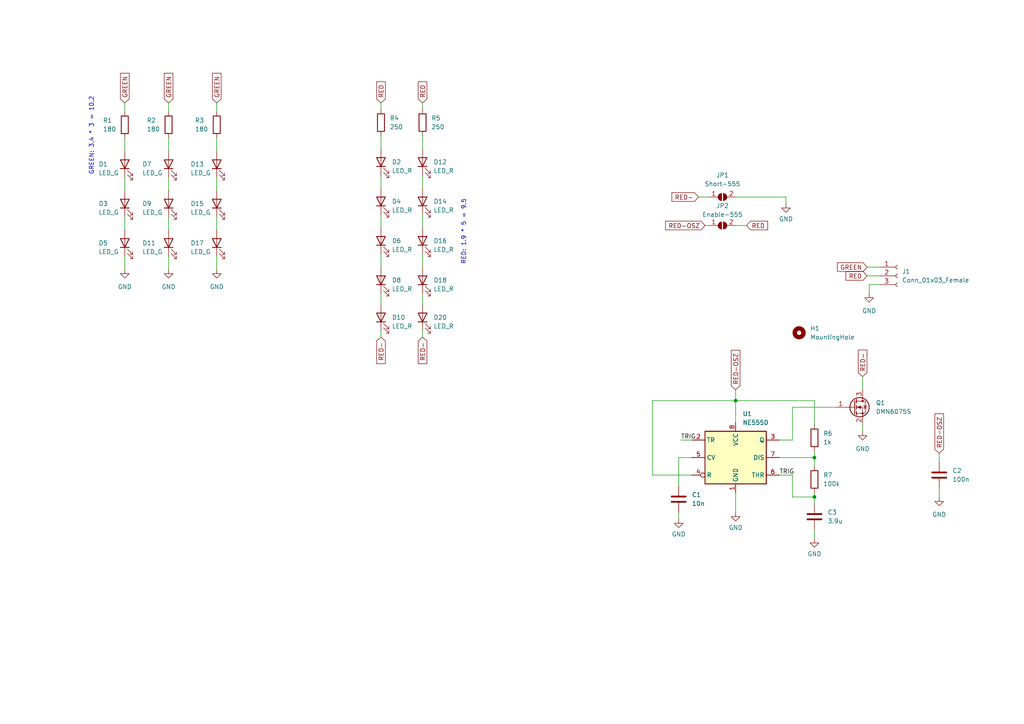
<source format=kicad_sch>
(kicad_sch (version 20211123) (generator eeschema)
  (paper "A4")
  (lib_symbols
    (symbol "Connector:Conn_01x03_Female" (pin_names (offset 1.016) hide)
      (property "Reference" "J" (at 0 5.08 0))
      (property "Value" "Conn_01x03_Female" (at 0 -5.08 0))
      (symbol "Conn_01x03_Female_1_1"
        (arc (start 0 -2.032) (mid -0.508 -2.54) (end 0 -3.048) (stroke (width 0.1524)))
        (polyline (pts (xy -1.27 -2.54) (xy -0.508 -2.54)) (stroke (width 0.1524)))
        (polyline (pts (xy -1.27 0) (xy -0.508 0)) (stroke (width 0.1524)))
        (polyline (pts (xy -1.27 2.54) (xy -0.508 2.54)) (stroke (width 0.1524)))
        (arc (start 0 0.508) (mid -0.508 0) (end 0 -0.508) (stroke (width 0.1524)))
        (arc (start 0 3.048) (mid -0.508 2.54) (end 0 2.032) (stroke (width 0.1524)))
        (pin passive line (at -5.08 2.54 0) (length 3.81) (name "Pin_1") (number "1"))
        (pin passive line (at -5.08 0 0) (length 3.81) (name "Pin_2") (number "2"))
        (pin passive line (at -5.08 -2.54 0) (length 3.81) (name "Pin_3") (number "3"))
      )
    )
    (symbol "Device:C" (pin_numbers hide) (pin_names (offset 0.254))
      (property "Reference" "C" (at 0.635 2.54 0))
      (property "Value" "C" (at 0.635 -2.54 0))
      (symbol "C_0_1"
        (polyline (pts (xy -2.032 -0.762) (xy 2.032 -0.762)) (stroke (width 0.508)))
        (polyline (pts (xy -2.032 0.762) (xy 2.032 0.762)) (stroke (width 0.508)))
      )
      (symbol "C_1_1"
        (pin passive line (at 0 3.81 270) (length 2.794) (name "~") (number "1"))
        (pin passive line (at 0 -3.81 90) (length 2.794) (name "~") (number "2"))
      )
    )
    (symbol "Device:LED" (pin_numbers hide) (pin_names (offset 1.016) hide)
      (property "Reference" "D" (at 0 2.54 0))
      (property "Value" "LED" (at 0 -2.54 0))
      (symbol "LED_0_1"
        (polyline (pts (xy -1.27 -1.27) (xy -1.27 1.27)) (stroke (width 0.254)))
        (polyline (pts (xy -1.27 0) (xy 1.27 0)))
        (polyline (pts (xy 1.27 -1.27) (xy 1.27 1.27) (xy -1.27 0) (xy 1.27 -1.27)) (stroke (width 0.254)))
        (polyline (pts (xy -3.048 -0.762) (xy -4.572 -2.286) (xy -3.81 -2.286) (xy -4.572 -2.286) (xy -4.572 -1.524)))
        (polyline (pts (xy -1.778 -0.762) (xy -3.302 -2.286) (xy -2.54 -2.286) (xy -3.302 -2.286) (xy -3.302 -1.524)))
      )
      (symbol "LED_1_1"
        (pin passive line (at -3.81 0 0) (length 2.54) (name "K") (number "1"))
        (pin passive line (at 3.81 0 180) (length 2.54) (name "A") (number "2"))
      )
    )
    (symbol "Device:R" (pin_numbers hide) (pin_names (offset 0))
      (property "Reference" "R" (at 2.032 0 90))
      (property "Value" "R" (at 0 0 90))
      (symbol "R_0_1"
        (rectangle (start -1.016 -2.54) (end 1.016 2.54) (stroke (width 0.254)))
      )
      (symbol "R_1_1"
        (pin passive line (at 0 3.81 270) (length 1.27) (name "~") (number "1"))
        (pin passive line (at 0 -3.81 90) (length 1.27) (name "~") (number "2"))
      )
    )
    (symbol "Jumper:SolderJumper_2_Open" (pin_names (offset 0) hide)
      (property "Reference" "JP" (at 0 2.032 0))
      (property "Value" "SolderJumper_2_Open" (at 0 -2.54 0))
      (symbol "SolderJumper_2_Open_0_1"
        (arc (start -0.254 1.016) (mid -1.27 0) (end -0.254 -1.016))
        (arc (start -0.254 1.016) (mid -1.27 0) (end -0.254 -1.016) (fill (type outline)))
        (polyline (pts (xy -0.254 1.016) (xy -0.254 -1.016)))
        (polyline (pts (xy 0.254 1.016) (xy 0.254 -1.016)))
        (arc (start 0.254 -1.016) (mid 1.27 0) (end 0.254 1.016))
        (arc (start 0.254 -1.016) (mid 1.27 0) (end 0.254 1.016) (fill (type outline)))
      )
      (symbol "SolderJumper_2_Open_1_1"
        (pin passive line (at -3.81 0 0) (length 2.54) (name "A") (number "1"))
        (pin passive line (at 3.81 0 180) (length 2.54) (name "B") (number "2"))
      )
    )
    (symbol "Mechanical:MountingHole" (pin_names (offset 1.016))
      (property "Reference" "H" (at 0 5.08 0))
      (property "Value" "MountingHole" (at 0 3.175 0))
      (symbol "MountingHole_0_1"
        (circle (center 0 0) (radius 1.27) (stroke (width 1.27)))
      )
    )
    (symbol "Timer:NE555D"
      (property "Reference" "U" (at -10.16 8.89 0))
      (property "Value" "NE555D" (at 2.54 8.89 0))
      (symbol "NE555D_0_0"
        (pin power_in line (at 0 -10.16 90) (length 2.54) (name "GND") (number "1"))
        (pin power_in line (at 0 10.16 270) (length 2.54) (name "VCC") (number "8"))
      )
      (symbol "NE555D_0_1"
        (rectangle (start -8.89 -7.62) (end 8.89 7.62) (stroke (width 0.254)) (fill (type background)))
        (rectangle (start -8.89 -7.62) (end 8.89 7.62) (stroke (width 0.254)) (fill (type background)))
      )
      (symbol "NE555D_1_1"
        (pin input line (at -12.7 5.08 0) (length 3.81) (name "TR") (number "2"))
        (pin output line (at 12.7 5.08 180) (length 3.81) (name "Q") (number "3"))
        (pin input inverted (at -12.7 -5.08 0) (length 3.81) (name "R") (number "4"))
        (pin input line (at -12.7 0 0) (length 3.81) (name "CV") (number "5"))
        (pin input line (at 12.7 -5.08 180) (length 3.81) (name "THR") (number "6"))
        (pin input line (at 12.7 0 180) (length 3.81) (name "DIS") (number "7"))
      )
    )
    (symbol "Transistor_FET:DMN6075S" (pin_names hide)
      (property "Reference" "Q" (at 5.08 1.905 0))
      (property "Value" "DMN6075S" (at 5.08 0 0))
      (symbol "DMN6075S_0_1"
        (polyline (pts (xy 0.254 0) (xy -2.54 0)))
        (polyline (pts (xy 0.254 1.905) (xy 0.254 -1.905)) (stroke (width 0.254)))
        (polyline (pts (xy 0.762 -1.27) (xy 0.762 -2.286)) (stroke (width 0.254)))
        (polyline (pts (xy 0.762 0.508) (xy 0.762 -0.508)) (stroke (width 0.254)))
        (polyline (pts (xy 0.762 2.286) (xy 0.762 1.27)) (stroke (width 0.254)))
        (polyline (pts (xy 2.54 2.54) (xy 2.54 1.778)))
        (polyline (pts (xy 2.54 -2.54) (xy 2.54 0) (xy 0.762 0)))
        (polyline (pts (xy 0.762 -1.778) (xy 3.302 -1.778) (xy 3.302 1.778) (xy 0.762 1.778)))
        (polyline (pts (xy 1.016 0) (xy 2.032 0.381) (xy 2.032 -0.381) (xy 1.016 0)) (fill (type outline)))
        (polyline (pts (xy 2.794 0.508) (xy 2.921 0.381) (xy 3.683 0.381) (xy 3.81 0.254)))
        (polyline (pts (xy 3.302 0.381) (xy 2.921 -0.254) (xy 3.683 -0.254) (xy 3.302 0.381)))
        (circle (center 1.651 0) (radius 2.794) (stroke (width 0.254)))
        (circle (center 2.54 -1.778) (radius 0.254) (fill (type outline)))
        (circle (center 2.54 1.778) (radius 0.254) (fill (type outline)))
      )
      (symbol "DMN6075S_1_1"
        (pin input line (at -5.08 0 0) (length 2.54) (name "G") (number "1"))
        (pin passive line (at 2.54 -5.08 90) (length 2.54) (name "S") (number "2"))
        (pin passive line (at 2.54 5.08 270) (length 2.54) (name "D") (number "3"))
      )
    )
    (symbol "power:GND" (power) (pin_names (offset 0))
      (property "Value" "GND" (at 0 -3.81 0))
      (symbol "GND_0_1"
        (polyline (pts (xy 0 0) (xy 0 -1.27) (xy 1.27 -1.27) (xy 0 -2.54) (xy -1.27 -1.27) (xy 0 -1.27)))
      )
      (symbol "GND_1_1"
        (pin power_in line (at 0 0 270) (length 0) hide (name "GND") (number "1"))
      )
    )
  )
  (junction (at 236.22 132.715))
  (junction (at 236.22 144.145))
  (junction (at 213.36 116.205))
  (wire (pts (xy 62.865 62.865) (xy 62.865 66.675)))
  (wire (pts (xy 48.895 40.005) (xy 48.895 43.815)))
  (wire (pts (xy 122.555 62.23) (xy 122.555 66.04)))
  (wire (pts (xy 196.85 140.97) (xy 196.85 132.715)))
  (wire (pts (xy 226.06 132.715) (xy 236.22 132.715)))
  (wire (pts (xy 236.22 132.715) (xy 236.22 135.255)))
  (wire (pts (xy 36.195 51.435) (xy 36.195 55.245)))
  (wire (pts (xy 110.49 39.37) (xy 110.49 43.18)))
  (wire (pts (xy 62.865 29.845) (xy 62.865 32.385)))
  (wire (pts (xy 272.415 131.445) (xy 272.415 133.985)))
  (wire (pts (xy 251.46 80.01) (xy 255.27 80.01)))
  (wire (pts (xy 251.46 77.47) (xy 255.27 77.47)))
  (wire (pts (xy 48.895 62.865) (xy 48.895 66.675)))
  (wire (pts (xy 236.22 116.205) (xy 236.22 123.19)))
  (wire (pts (xy 250.19 109.22) (xy 250.19 113.03)))
  (wire (pts (xy 236.22 142.875) (xy 236.22 144.145)))
  (wire (pts (xy 36.195 40.005) (xy 36.195 43.815)))
  (wire (pts (xy 62.865 40.005) (xy 62.865 43.815)))
  (wire (pts (xy 200.66 127.635) (xy 197.485 127.635)))
  (wire (pts (xy 213.36 142.875) (xy 213.36 148.59)))
  (wire (pts (xy 272.415 141.605) (xy 272.415 144.145)))
  (wire (pts (xy 110.49 85.09) (xy 110.49 88.265)))
  (wire (pts (xy 36.195 62.865) (xy 36.195 66.675)))
  (wire (pts (xy 200.66 137.795) (xy 189.23 137.795)))
  (wire (pts (xy 226.06 127.635) (xy 229.87 127.635)))
  (wire (pts (xy 229.87 137.795) (xy 226.06 137.795)))
  (wire (pts (xy 48.895 51.435) (xy 48.895 55.245)))
  (wire (pts (xy 36.195 74.295) (xy 36.195 78.105)))
  (wire (pts (xy 236.22 144.145) (xy 236.22 146.05)))
  (wire (pts (xy 62.865 51.435) (xy 62.865 55.245)))
  (wire (pts (xy 110.49 95.885) (xy 110.49 97.79)))
  (wire (pts (xy 189.23 116.205) (xy 213.36 116.205)))
  (wire (pts (xy 204.47 65.405) (xy 205.74 65.405)))
  (wire (pts (xy 48.895 29.845) (xy 48.895 32.385)))
  (wire (pts (xy 252.095 85.09) (xy 252.095 82.55)))
  (wire (pts (xy 110.49 29.845) (xy 110.49 31.75)))
  (wire (pts (xy 122.555 50.8) (xy 122.555 54.61)))
  (wire (pts (xy 48.895 74.295) (xy 48.895 78.105)))
  (wire (pts (xy 236.22 130.81) (xy 236.22 132.715)))
  (wire (pts (xy 122.555 95.885) (xy 122.555 97.79)))
  (wire (pts (xy 122.555 85.09) (xy 122.555 88.265)))
  (wire (pts (xy 189.23 137.795) (xy 189.23 116.205)))
  (wire (pts (xy 122.555 29.845) (xy 122.555 31.75)))
  (wire (pts (xy 196.85 148.59) (xy 196.85 150.495)))
  (wire (pts (xy 110.49 73.66) (xy 110.49 77.47)))
  (wire (pts (xy 227.965 57.15) (xy 227.965 59.055)))
  (wire (pts (xy 213.36 65.405) (xy 216.535 65.405)))
  (wire (pts (xy 229.87 127.635) (xy 229.87 118.11)))
  (wire (pts (xy 213.36 116.205) (xy 236.22 116.205)))
  (wire (pts (xy 122.555 73.66) (xy 122.555 77.47)))
  (wire (pts (xy 252.095 82.55) (xy 255.27 82.55)))
  (wire (pts (xy 122.555 39.37) (xy 122.555 43.18)))
  (wire (pts (xy 213.36 116.205) (xy 213.36 122.555)))
  (wire (pts (xy 110.49 62.23) (xy 110.49 66.04)))
  (wire (pts (xy 229.87 118.11) (xy 242.57 118.11)))
  (wire (pts (xy 110.49 50.8) (xy 110.49 54.61)))
  (wire (pts (xy 236.22 144.145) (xy 229.87 144.145)))
  (wire (pts (xy 213.36 57.15) (xy 227.965 57.15)))
  (wire (pts (xy 236.22 153.67) (xy 236.22 156.21)))
  (wire (pts (xy 196.85 132.715) (xy 200.66 132.715)))
  (wire (pts (xy 250.19 123.19) (xy 250.19 125.095)))
  (wire (pts (xy 62.865 74.295) (xy 62.865 78.105)))
  (wire (pts (xy 202.565 57.15) (xy 205.74 57.15)))
  (wire (pts (xy 36.195 29.845) (xy 36.195 32.385)))
  (wire (pts (xy 213.36 113.03) (xy 213.36 116.205)))
  (wire (pts (xy 229.87 137.795) (xy 229.87 144.145)))
  (text "RED: 1.9 * 5 = 9.5" (at 135.255 76.835 90) (effects (font (size 1.27 1.27)) (justify left bottom)))
  (text "GREEN: 3.4 * 3 = 10.2" (at 27.305 50.8 90) (effects (font (size 1.27 1.27)) (justify left bottom)))
  (label "TRIG" (at 197.485 127.635 0))
  (label "TRIG" (at 226.06 137.795 0))
  (global_label "GREEN" (shape input) (at 48.895 29.845 90) (property "Intersheet References" "${INTERSHEET_REFS}" (effects hide)))
  (global_label "GREEN" (shape input) (at 251.46 77.47 180) (property "Intersheet References" "${INTERSHEET_REFS}" (effects hide)))
  (global_label "RED-OSZ" (shape input) (at 213.36 113.03 90) (property "Intersheet References" "${INTERSHEET_REFS}" (effects hide)))
  (global_label "RED-" (shape input) (at 202.565 57.15 180) (property "Intersheet References" "${INTERSHEET_REFS}" (effects hide)))
  (global_label "RED" (shape input) (at 110.49 29.845 90) (property "Intersheet References" "${INTERSHEET_REFS}" (effects hide)))
  (global_label "RED" (shape input) (at 251.46 80.01 180) (property "Intersheet References" "${INTERSHEET_REFS}" (effects hide)))
  (global_label "RED-" (shape input) (at 250.19 109.22 90) (property "Intersheet References" "${INTERSHEET_REFS}" (effects hide)))
  (global_label "RED" (shape input) (at 216.535 65.405 0) (property "Intersheet References" "${INTERSHEET_REFS}" (effects hide)))
  (global_label "GREEN" (shape input) (at 62.865 29.845 90) (property "Intersheet References" "${INTERSHEET_REFS}" (effects hide)))
  (global_label "RED-" (shape input) (at 122.555 97.79 270) (property "Intersheet References" "${INTERSHEET_REFS}" (effects hide)))
  (global_label "RED-OSZ" (shape input) (at 272.415 131.445 90) (property "Intersheet References" "${INTERSHEET_REFS}" (effects hide)))
  (global_label "GREEN" (shape input) (at 36.195 29.845 90) (property "Intersheet References" "${INTERSHEET_REFS}" (effects hide)))
  (global_label "RED-OSZ" (shape input) (at 204.47 65.405 180) (property "Intersheet References" "${INTERSHEET_REFS}" (effects hide)))
  (global_label "RED" (shape input) (at 122.555 29.845 90) (property "Intersheet References" "${INTERSHEET_REFS}" (effects hide)))
  (global_label "RED-" (shape input) (at 110.49 97.79 270) (property "Intersheet References" "${INTERSHEET_REFS}" (effects hide)))
  (symbol (lib_id "Jumper:SolderJumper_2_Open") (at 209.55 57.15 0) (unit 1)
    (property "Reference" "JP1" (at 209.55 50.8 0))
    (property "Value" "Short-555" (at 209.55 53.34 0))
    (property "Footprint" "Jumper:SolderJumper-2_P1.3mm_Open_RoundedPad1.0x1.5mm" (effects hide))
  )
  (symbol (lib_id "Device:LED") (at 122.555 46.99 90) (unit 1)
    (property "Reference" "D12" (at 125.73 46.99 90) (effects (justify right)))
    (property "Value" "LED_R" (at 125.73 49.53 90) (effects (justify right)))
    (property "Footprint" "LED_THT:LED_D5.0mm_Horizontal_O1.27mm_Z3.0mm_Clear" (effects hide))
    (property "Datasheet" "https://www.mouser.de/datasheet/2/445/151053RS03000-1715681.pdf" (effects hide))
  )
  (symbol (lib_id "Device:C") (at 196.85 144.78 0) (unit 1)
    (property "Reference" "C1" (at 200.66 143.5099 0) (effects (justify left)))
    (property "Value" "10n" (at 200.66 146.0499 0) (effects (justify left)))
    (property "Footprint" "Capacitor_SMD:C_0603_1608Metric" (effects hide))
  )
  (symbol (lib_id "Device:LED") (at 110.49 69.85 90) (unit 1)
    (property "Reference" "D6" (at 113.665 69.85 90) (effects (justify right)))
    (property "Value" "LED_R" (at 113.665 72.39 90) (effects (justify right)))
    (property "Footprint" "LED_THT:LED_D5.0mm_Horizontal_O1.27mm_Z3.0mm_Clear" (effects hide))
    (property "Datasheet" "https://www.mouser.de/datasheet/2/445/151053RS03000-1715681.pdf" (effects hide))
  )
  (symbol (lib_id "Device:C") (at 236.22 149.86 0) (unit 1)
    (property "Reference" "C3" (at 240.03 148.5899 0) (effects (justify left)))
    (property "Value" "3.9u" (at 240.03 151.1299 0) (effects (justify left)))
    (property "Footprint" "Capacitor_SMD:C_0603_1608Metric" (effects hide))
  )
  (symbol (lib_id "Device:C") (at 272.415 137.795 0) (unit 1)
    (property "Reference" "C2" (at 276.225 136.5249 0) (effects (justify left)))
    (property "Value" "100n" (at 276.225 139.0649 0) (effects (justify left)))
    (property "Footprint" "Capacitor_SMD:C_0603_1608Metric" (effects hide))
  )
  (symbol (lib_id "Device:R") (at 122.555 35.56 0) (unit 1)
    (property "Reference" "R5" (at 125.095 34.2899 0) (effects (justify left)))
    (property "Value" "250" (at 125.095 36.8299 0) (effects (justify left)))
    (property "Footprint" "Resistor_SMD:R_0603_1608Metric_Pad0.98x0.95mm_HandSolder" (effects hide))
  )
  (symbol (lib_id "power:GND") (at 252.095 85.09 0) (unit 1)
    (property "Reference" "#PWR0106" (effects hide))
    (property "Value" "GND" (at 252.095 90.17 0))
  )
  (symbol (lib_id "Device:LED") (at 62.865 47.625 90) (unit 1)
    (property "Reference" "D13" (at 55.245 47.625 90) (effects (justify right)))
    (property "Value" "LED_G" (at 55.245 50.165 90) (effects (justify right)))
    (property "Footprint" "LED_THT:LED_D5.0mm_Horizontal_O1.27mm_Z3.0mm_Clear" (effects hide))
    (property "Datasheet" "https://www.mouser.de/datasheet/2/445/151053GS03000-1715545.pdf" (effects hide))
  )
  (symbol (lib_id "Device:R") (at 62.865 36.195 0) (unit 1)
    (property "Reference" "R3" (at 56.515 34.925 0) (effects (justify left)))
    (property "Value" "180" (at 56.515 37.465 0) (effects (justify left)))
    (property "Footprint" "Resistor_SMD:R_0603_1608Metric_Pad0.98x0.95mm_HandSolder" (effects hide))
  )
  (symbol (lib_id "Device:LED") (at 110.49 92.075 90) (unit 1)
    (property "Reference" "D10" (at 113.665 92.075 90) (effects (justify right)))
    (property "Value" "LED_R" (at 113.665 94.615 90) (effects (justify right)))
    (property "Footprint" "LED_THT:LED_D5.0mm_Horizontal_O1.27mm_Z3.0mm_Clear" (effects hide))
    (property "Datasheet" "https://www.mouser.de/datasheet/2/445/151053RS03000-1715681.pdf" (effects hide))
  )
  (symbol (lib_id "Device:R") (at 110.49 35.56 0) (unit 1)
    (property "Reference" "R4" (at 113.03 34.2899 0) (effects (justify left)))
    (property "Value" "250" (at 113.03 36.8299 0) (effects (justify left)))
    (property "Footprint" "Resistor_SMD:R_0603_1608Metric_Pad0.98x0.95mm_HandSolder" (effects hide))
  )
  (symbol (lib_id "Device:LED") (at 36.195 70.485 90) (unit 1)
    (property "Reference" "D5" (at 28.575 70.485 90) (effects (justify right)))
    (property "Value" "LED_G" (at 28.575 73.025 90) (effects (justify right)))
    (property "Footprint" "LED_THT:LED_D5.0mm_Horizontal_O1.27mm_Z3.0mm_Clear" (effects hide))
    (property "Datasheet" "https://www.mouser.de/datasheet/2/445/151053GS03000-1715545.pdf" (effects hide))
  )
  (symbol (lib_id "Device:R") (at 236.22 139.065 0) (unit 1)
    (property "Reference" "R7" (at 238.76 137.7949 0) (effects (justify left)))
    (property "Value" "100k" (at 238.76 140.3349 0) (effects (justify left)))
    (property "Footprint" "Resistor_SMD:R_0603_1608Metric_Pad0.98x0.95mm_HandSolder" (effects hide))
  )
  (symbol (lib_id "Device:R") (at 48.895 36.195 0) (unit 1)
    (property "Reference" "R2" (at 42.545 34.925 0) (effects (justify left)))
    (property "Value" "180" (at 42.545 37.465 0) (effects (justify left)))
    (property "Footprint" "Resistor_SMD:R_0603_1608Metric_Pad0.98x0.95mm_HandSolder" (effects hide))
  )
  (symbol (lib_id "power:GND") (at 272.415 144.145 0) (unit 1)
    (property "Reference" "#PWR0109" (effects hide))
    (property "Value" "GND" (at 272.415 149.225 0))
  )
  (symbol (lib_id "Device:LED") (at 122.555 58.42 90) (unit 1)
    (property "Reference" "D14" (at 125.73 58.42 90) (effects (justify right)))
    (property "Value" "LED_R" (at 125.73 60.96 90) (effects (justify right)))
    (property "Footprint" "LED_THT:LED_D5.0mm_Horizontal_O1.27mm_Z3.0mm_Clear" (effects hide))
    (property "Datasheet" "https://www.mouser.de/datasheet/2/445/151053RS03000-1715681.pdf" (effects hide))
  )
  (symbol (lib_id "Device:R") (at 36.195 36.195 0) (unit 1)
    (property "Reference" "R1" (at 29.845 34.925 0) (effects (justify left)))
    (property "Value" "180" (at 29.845 37.465 0) (effects (justify left)))
    (property "Footprint" "Resistor_SMD:R_0603_1608Metric_Pad0.98x0.95mm_HandSolder" (effects hide))
  )
  (symbol (lib_id "Device:LED") (at 122.555 92.075 90) (unit 1)
    (property "Reference" "D20" (at 125.73 92.075 90) (effects (justify right)))
    (property "Value" "LED_R" (at 125.73 94.615 90) (effects (justify right)))
    (property "Footprint" "LED_THT:LED_D5.0mm_Horizontal_O1.27mm_Z3.0mm_Clear" (effects hide))
    (property "Datasheet" "https://www.mouser.de/datasheet/2/445/151053RS03000-1715681.pdf" (effects hide))
  )
  (symbol (lib_id "Device:LED") (at 110.49 58.42 90) (unit 1)
    (property "Reference" "D4" (at 113.665 58.42 90) (effects (justify right)))
    (property "Value" "LED_R" (at 113.665 60.96 90) (effects (justify right)))
    (property "Footprint" "LED_THT:LED_D5.0mm_Horizontal_O1.27mm_Z3.0mm_Clear" (effects hide))
    (property "Datasheet" "https://www.mouser.de/datasheet/2/445/151053RS03000-1715681.pdf" (effects hide))
  )
  (symbol (lib_id "Device:LED") (at 122.555 81.28 90) (unit 1)
    (property "Reference" "D18" (at 125.73 81.28 90) (effects (justify right)))
    (property "Value" "LED_R" (at 125.73 83.82 90) (effects (justify right)))
    (property "Footprint" "LED_THT:LED_D5.0mm_Horizontal_O1.27mm_Z3.0mm_Clear" (effects hide))
    (property "Datasheet" "https://www.mouser.de/datasheet/2/445/151053RS03000-1715681.pdf" (effects hide))
  )
  (symbol (lib_id "power:GND") (at 250.19 125.095 0) (unit 1)
    (property "Reference" "#PWR0108" (effects hide))
    (property "Value" "GND" (at 250.19 130.175 0))
  )
  (symbol (lib_id "Jumper:SolderJumper_2_Open") (at 209.55 65.405 0) (unit 1)
    (property "Reference" "JP2" (at 209.55 59.69 0))
    (property "Value" "Enable-555" (at 209.55 62.23 0))
    (property "Footprint" "Jumper:SolderJumper-2_P1.3mm_Open_RoundedPad1.0x1.5mm" (effects hide))
  )
  (symbol (lib_id "Device:LED") (at 48.895 59.055 90) (unit 1)
    (property "Reference" "D9" (at 41.275 59.055 90) (effects (justify right)))
    (property "Value" "LED_G" (at 41.275 61.595 90) (effects (justify right)))
    (property "Footprint" "LED_THT:LED_D5.0mm_Horizontal_O1.27mm_Z3.0mm_Clear" (effects hide))
    (property "Datasheet" "https://www.mouser.de/datasheet/2/445/151053GS03000-1715545.pdf" (effects hide))
  )
  (symbol (lib_id "Connector:Conn_01x03_Female") (at 260.35 80.01 0) (unit 1)
    (property "Reference" "J1" (at 261.62 78.7399 0) (effects (justify left)))
    (property "Value" "Conn_01x03_Female" (at 261.62 81.2799 0) (effects (justify left)))
    (property "Footprint" "Connector_PinHeader_2.54mm:PinHeader_1x03_P2.54mm_Vertical" (effects hide))
  )
  (symbol (lib_id "power:GND") (at 213.36 148.59 0) (unit 1)
    (property "Reference" "#PWR0104" (effects hide))
    (property "Value" "GND" (at 213.36 153.035 0))
  )
  (symbol (lib_id "Mechanical:MountingHole") (at 231.775 96.52 0) (unit 1)
    (property "Reference" "H1" (at 234.95 95.2499 0) (effects (justify left)))
    (property "Value" "MountingHole" (at 234.95 97.7899 0) (effects (justify left)))
    (property "Footprint" "MountingHole:MountingHole_3.2mm_M3" (effects hide))
  )
  (symbol (lib_id "Device:LED") (at 36.195 47.625 90) (unit 1)
    (property "Reference" "D1" (at 28.575 47.625 90) (effects (justify right)))
    (property "Value" "LED_G" (at 28.575 50.165 90) (effects (justify right)))
    (property "Footprint" "LED_THT:LED_D5.0mm_Horizontal_O1.27mm_Z3.0mm_Clear" (effects hide))
    (property "Datasheet" "https://www.mouser.de/datasheet/2/445/151053GS03000-1715545.pdf" (effects hide))
  )
  (symbol (lib_id "Device:LED") (at 122.555 69.85 90) (unit 1)
    (property "Reference" "D16" (at 125.73 69.85 90) (effects (justify right)))
    (property "Value" "LED_R" (at 125.73 72.39 90) (effects (justify right)))
    (property "Footprint" "LED_THT:LED_D5.0mm_Horizontal_O1.27mm_Z3.0mm_Clear" (effects hide))
    (property "Datasheet" "https://www.mouser.de/datasheet/2/445/151053RS03000-1715681.pdf" (effects hide))
  )
  (symbol (lib_id "Device:R") (at 236.22 127 0) (unit 1)
    (property "Reference" "R6" (at 238.76 125.7299 0) (effects (justify left)))
    (property "Value" "1k" (at 238.76 128.2699 0) (effects (justify left)))
    (property "Footprint" "Resistor_SMD:R_0603_1608Metric_Pad0.98x0.95mm_HandSolder" (effects hide))
  )
  (symbol (lib_id "power:GND") (at 236.22 156.21 0) (unit 1)
    (property "Reference" "#PWR0107" (effects hide))
    (property "Value" "GND" (at 236.22 160.655 0))
  )
  (symbol (lib_id "Device:LED") (at 48.895 47.625 90) (unit 1)
    (property "Reference" "D7" (at 41.275 47.625 90) (effects (justify right)))
    (property "Value" "LED_G" (at 41.275 50.165 90) (effects (justify right)))
    (property "Footprint" "LED_THT:LED_D5.0mm_Horizontal_O1.27mm_Z3.0mm_Clear" (effects hide))
    (property "Datasheet" "https://www.mouser.de/datasheet/2/445/151053GS03000-1715545.pdf" (effects hide))
  )
  (symbol (lib_id "power:GND") (at 196.85 150.495 0) (unit 1)
    (property "Reference" "#PWR0110" (effects hide))
    (property "Value" "GND" (at 196.85 154.94 0))
  )
  (symbol (lib_id "Device:LED") (at 110.49 46.99 90) (unit 1)
    (property "Reference" "D2" (at 113.665 46.99 90) (effects (justify right)))
    (property "Value" "LED_R" (at 113.665 49.53 90) (effects (justify right)))
    (property "Footprint" "LED_THT:LED_D5.0mm_Horizontal_O1.27mm_Z3.0mm_Clear" (effects hide))
    (property "Datasheet" "https://www.mouser.de/datasheet/2/445/151053RS03000-1715681.pdf" (effects hide))
  )
  (symbol (lib_id "power:GND") (at 36.195 78.105 0) (unit 1)
    (property "Reference" "#PWR0101" (effects hide))
    (property "Value" "GND" (at 36.195 83.185 0))
  )
  (symbol (lib_id "Transistor_FET:DMN6075S") (at 247.65 118.11 0) (unit 1)
    (property "Reference" "Q1" (at 254 116.8399 0) (effects (justify left)))
    (property "Value" "DMN6075S" (at 254 119.3799 0) (effects (justify left)))
    (property "Footprint" "Package_TO_SOT_SMD:SOT-23W" (effects hide))
    (property "Datasheet" "http://www.diodes.com/assets/Datasheets/DMN6075S.pdf" (effects hide))
  )
  (symbol (lib_id "power:GND") (at 48.895 78.105 0) (unit 1)
    (property "Reference" "#PWR0102" (effects hide))
    (property "Value" "GND" (at 48.895 83.185 0))
  )
  (symbol (lib_id "Device:LED") (at 36.195 59.055 90) (unit 1)
    (property "Reference" "D3" (at 28.575 59.055 90) (effects (justify right)))
    (property "Value" "LED_G" (at 28.575 61.595 90) (effects (justify right)))
    (property "Footprint" "LED_THT:LED_D5.0mm_Horizontal_O1.27mm_Z3.0mm_Clear" (effects hide))
    (property "Datasheet" "https://www.mouser.de/datasheet/2/445/151053GS03000-1715545.pdf" (effects hide))
  )
  (symbol (lib_id "Device:LED") (at 62.865 70.485 90) (unit 1)
    (property "Reference" "D17" (at 55.245 70.485 90) (effects (justify right)))
    (property "Value" "LED_G" (at 55.245 73.025 90) (effects (justify right)))
    (property "Footprint" "LED_THT:LED_D5.0mm_Horizontal_O1.27mm_Z3.0mm_Clear" (effects hide))
    (property "Datasheet" "https://www.mouser.de/datasheet/2/445/151053GS03000-1715545.pdf" (effects hide))
  )
  (symbol (lib_id "Device:LED") (at 110.49 81.28 90) (unit 1)
    (property "Reference" "D8" (at 113.665 81.28 90) (effects (justify right)))
    (property "Value" "LED_R" (at 113.665 83.82 90) (effects (justify right)))
    (property "Footprint" "LED_THT:LED_D5.0mm_Horizontal_O1.27mm_Z3.0mm_Clear" (effects hide))
    (property "Datasheet" "https://www.mouser.de/datasheet/2/445/151053RS03000-1715681.pdf" (effects hide))
  )
  (symbol (lib_id "power:GND") (at 62.865 78.105 0) (unit 1)
    (property "Reference" "#PWR0103" (effects hide))
    (property "Value" "GND" (at 62.865 83.185 0))
  )
  (symbol (lib_id "Device:LED") (at 62.865 59.055 90) (unit 1)
    (property "Reference" "D15" (at 55.245 59.055 90) (effects (justify right)))
    (property "Value" "LED_G" (at 55.245 61.595 90) (effects (justify right)))
    (property "Footprint" "LED_THT:LED_D5.0mm_Horizontal_O1.27mm_Z3.0mm_Clear" (effects hide))
    (property "Datasheet" "https://www.mouser.de/datasheet/2/445/151053GS03000-1715545.pdf" (effects hide))
  )
  (symbol (lib_id "power:GND") (at 227.965 59.055 0) (unit 1)
    (property "Reference" "#PWR0105" (effects hide))
    (property "Value" "GND" (at 227.965 63.5 0))
  )
  (symbol (lib_id "Timer:NE555D") (at 213.36 132.715 0) (unit 1)
    (property "Reference" "U1" (at 215.3794 120.015 0) (effects (justify left)))
    (property "Value" "NE555D" (at 215.3794 122.555 0) (effects (justify left)))
    (property "Footprint" "Package_SO:SOIC-8_3.9x4.9mm_P1.27mm" (effects hide))
    (property "Datasheet" "http://www.ti.com/lit/ds/symlink/ne555.pdf" (effects hide))
  )
  (symbol (lib_id "Device:LED") (at 48.895 70.485 90) (unit 1)
    (property "Reference" "D11" (at 41.275 70.485 90) (effects (justify right)))
    (property "Value" "LED_G" (at 41.275 73.025 90) (effects (justify right)))
    (property "Footprint" "LED_THT:LED_D5.0mm_Horizontal_O1.27mm_Z3.0mm_Clear" (effects hide))
    (property "Datasheet" "https://www.mouser.de/datasheet/2/445/151053GS03000-1715545.pdf" (effects hide))
  )
)
</source>
